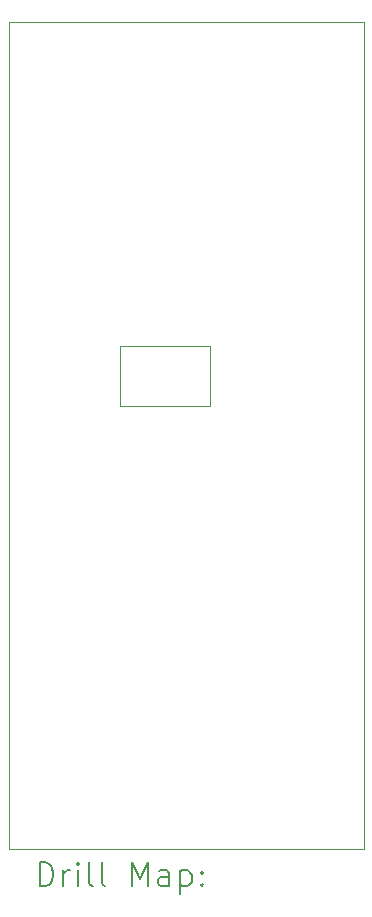
<source format=gbr>
%TF.GenerationSoftware,KiCad,Pcbnew,8.0.7*%
%TF.CreationDate,2025-02-05T23:04:45+01:00*%
%TF.ProjectId,YADCMCB,59414443-4d43-4422-9e6b-696361645f70,rev?*%
%TF.SameCoordinates,Original*%
%TF.FileFunction,Drillmap*%
%TF.FilePolarity,Positive*%
%FSLAX45Y45*%
G04 Gerber Fmt 4.5, Leading zero omitted, Abs format (unit mm)*
G04 Created by KiCad (PCBNEW 8.0.7) date 2025-02-05 23:04:45*
%MOMM*%
%LPD*%
G01*
G04 APERTURE LIST*
%ADD10C,0.050000*%
%ADD11C,0.200000*%
G04 APERTURE END LIST*
D10*
X151000Y71000D02*
X3151000Y71000D01*
X3151000Y-6929000D01*
X151000Y-6929000D01*
X151000Y71000D01*
X1091400Y-2667000D02*
X1854200Y-2667000D01*
X1854200Y-3175000D01*
X1091400Y-3175000D01*
X1091400Y-2667000D01*
D11*
X409277Y-7242984D02*
X409277Y-7042984D01*
X409277Y-7042984D02*
X456896Y-7042984D01*
X456896Y-7042984D02*
X485467Y-7052508D01*
X485467Y-7052508D02*
X504515Y-7071555D01*
X504515Y-7071555D02*
X514039Y-7090603D01*
X514039Y-7090603D02*
X523562Y-7128698D01*
X523562Y-7128698D02*
X523562Y-7157269D01*
X523562Y-7157269D02*
X514039Y-7195365D01*
X514039Y-7195365D02*
X504515Y-7214412D01*
X504515Y-7214412D02*
X485467Y-7233460D01*
X485467Y-7233460D02*
X456896Y-7242984D01*
X456896Y-7242984D02*
X409277Y-7242984D01*
X609277Y-7242984D02*
X609277Y-7109650D01*
X609277Y-7147746D02*
X618801Y-7128698D01*
X618801Y-7128698D02*
X628324Y-7119174D01*
X628324Y-7119174D02*
X647372Y-7109650D01*
X647372Y-7109650D02*
X666420Y-7109650D01*
X733086Y-7242984D02*
X733086Y-7109650D01*
X733086Y-7042984D02*
X723562Y-7052508D01*
X723562Y-7052508D02*
X733086Y-7062031D01*
X733086Y-7062031D02*
X742610Y-7052508D01*
X742610Y-7052508D02*
X733086Y-7042984D01*
X733086Y-7042984D02*
X733086Y-7062031D01*
X856896Y-7242984D02*
X837848Y-7233460D01*
X837848Y-7233460D02*
X828324Y-7214412D01*
X828324Y-7214412D02*
X828324Y-7042984D01*
X961658Y-7242984D02*
X942610Y-7233460D01*
X942610Y-7233460D02*
X933086Y-7214412D01*
X933086Y-7214412D02*
X933086Y-7042984D01*
X1190229Y-7242984D02*
X1190229Y-7042984D01*
X1190229Y-7042984D02*
X1256896Y-7185841D01*
X1256896Y-7185841D02*
X1323563Y-7042984D01*
X1323563Y-7042984D02*
X1323563Y-7242984D01*
X1504515Y-7242984D02*
X1504515Y-7138222D01*
X1504515Y-7138222D02*
X1494991Y-7119174D01*
X1494991Y-7119174D02*
X1475943Y-7109650D01*
X1475943Y-7109650D02*
X1437848Y-7109650D01*
X1437848Y-7109650D02*
X1418801Y-7119174D01*
X1504515Y-7233460D02*
X1485467Y-7242984D01*
X1485467Y-7242984D02*
X1437848Y-7242984D01*
X1437848Y-7242984D02*
X1418801Y-7233460D01*
X1418801Y-7233460D02*
X1409277Y-7214412D01*
X1409277Y-7214412D02*
X1409277Y-7195365D01*
X1409277Y-7195365D02*
X1418801Y-7176317D01*
X1418801Y-7176317D02*
X1437848Y-7166793D01*
X1437848Y-7166793D02*
X1485467Y-7166793D01*
X1485467Y-7166793D02*
X1504515Y-7157269D01*
X1599753Y-7109650D02*
X1599753Y-7309650D01*
X1599753Y-7119174D02*
X1618801Y-7109650D01*
X1618801Y-7109650D02*
X1656896Y-7109650D01*
X1656896Y-7109650D02*
X1675943Y-7119174D01*
X1675943Y-7119174D02*
X1685467Y-7128698D01*
X1685467Y-7128698D02*
X1694991Y-7147746D01*
X1694991Y-7147746D02*
X1694991Y-7204888D01*
X1694991Y-7204888D02*
X1685467Y-7223936D01*
X1685467Y-7223936D02*
X1675943Y-7233460D01*
X1675943Y-7233460D02*
X1656896Y-7242984D01*
X1656896Y-7242984D02*
X1618801Y-7242984D01*
X1618801Y-7242984D02*
X1599753Y-7233460D01*
X1780705Y-7223936D02*
X1790229Y-7233460D01*
X1790229Y-7233460D02*
X1780705Y-7242984D01*
X1780705Y-7242984D02*
X1771182Y-7233460D01*
X1771182Y-7233460D02*
X1780705Y-7223936D01*
X1780705Y-7223936D02*
X1780705Y-7242984D01*
X1780705Y-7119174D02*
X1790229Y-7128698D01*
X1790229Y-7128698D02*
X1780705Y-7138222D01*
X1780705Y-7138222D02*
X1771182Y-7128698D01*
X1771182Y-7128698D02*
X1780705Y-7119174D01*
X1780705Y-7119174D02*
X1780705Y-7138222D01*
M02*

</source>
